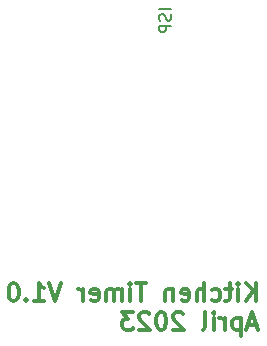
<source format=gbr>
%TF.GenerationSoftware,KiCad,Pcbnew,7.0.1*%
%TF.CreationDate,2023-04-20T18:42:28-06:00*%
%TF.ProjectId,Phase_B_Prototype,50686173-655f-4425-9f50-726f746f7479,rev?*%
%TF.SameCoordinates,Original*%
%TF.FileFunction,Legend,Bot*%
%TF.FilePolarity,Positive*%
%FSLAX46Y46*%
G04 Gerber Fmt 4.6, Leading zero omitted, Abs format (unit mm)*
G04 Created by KiCad (PCBNEW 7.0.1) date 2023-04-20 18:42:28*
%MOMM*%
%LPD*%
G01*
G04 APERTURE LIST*
%ADD10C,0.150000*%
%ADD11C,0.375000*%
G04 APERTURE END LIST*
D10*
X127334819Y-101457095D02*
X126334819Y-101457095D01*
X127287200Y-101885666D02*
X127334819Y-102028523D01*
X127334819Y-102028523D02*
X127334819Y-102266618D01*
X127334819Y-102266618D02*
X127287200Y-102361856D01*
X127287200Y-102361856D02*
X127239580Y-102409475D01*
X127239580Y-102409475D02*
X127144342Y-102457094D01*
X127144342Y-102457094D02*
X127049104Y-102457094D01*
X127049104Y-102457094D02*
X126953866Y-102409475D01*
X126953866Y-102409475D02*
X126906247Y-102361856D01*
X126906247Y-102361856D02*
X126858628Y-102266618D01*
X126858628Y-102266618D02*
X126811009Y-102076142D01*
X126811009Y-102076142D02*
X126763390Y-101980904D01*
X126763390Y-101980904D02*
X126715771Y-101933285D01*
X126715771Y-101933285D02*
X126620533Y-101885666D01*
X126620533Y-101885666D02*
X126525295Y-101885666D01*
X126525295Y-101885666D02*
X126430057Y-101933285D01*
X126430057Y-101933285D02*
X126382438Y-101980904D01*
X126382438Y-101980904D02*
X126334819Y-102076142D01*
X126334819Y-102076142D02*
X126334819Y-102314237D01*
X126334819Y-102314237D02*
X126382438Y-102457094D01*
X127334819Y-102885666D02*
X126334819Y-102885666D01*
X126334819Y-102885666D02*
X126334819Y-103266618D01*
X126334819Y-103266618D02*
X126382438Y-103361856D01*
X126382438Y-103361856D02*
X126430057Y-103409475D01*
X126430057Y-103409475D02*
X126525295Y-103457094D01*
X126525295Y-103457094D02*
X126668152Y-103457094D01*
X126668152Y-103457094D02*
X126763390Y-103409475D01*
X126763390Y-103409475D02*
X126811009Y-103361856D01*
X126811009Y-103361856D02*
X126858628Y-103266618D01*
X126858628Y-103266618D02*
X126858628Y-102885666D01*
D11*
X134491457Y-126189828D02*
X134491457Y-124689828D01*
X133634314Y-126189828D02*
X134277171Y-125332685D01*
X133634314Y-124689828D02*
X134491457Y-125546971D01*
X132991457Y-126189828D02*
X132991457Y-125189828D01*
X132991457Y-124689828D02*
X133062885Y-124761257D01*
X133062885Y-124761257D02*
X132991457Y-124832685D01*
X132991457Y-124832685D02*
X132920028Y-124761257D01*
X132920028Y-124761257D02*
X132991457Y-124689828D01*
X132991457Y-124689828D02*
X132991457Y-124832685D01*
X132491456Y-125189828D02*
X131920028Y-125189828D01*
X132277171Y-124689828D02*
X132277171Y-125975542D01*
X132277171Y-125975542D02*
X132205742Y-126118400D01*
X132205742Y-126118400D02*
X132062885Y-126189828D01*
X132062885Y-126189828D02*
X131920028Y-126189828D01*
X130777171Y-126118400D02*
X130920028Y-126189828D01*
X130920028Y-126189828D02*
X131205742Y-126189828D01*
X131205742Y-126189828D02*
X131348599Y-126118400D01*
X131348599Y-126118400D02*
X131420028Y-126046971D01*
X131420028Y-126046971D02*
X131491456Y-125904114D01*
X131491456Y-125904114D02*
X131491456Y-125475542D01*
X131491456Y-125475542D02*
X131420028Y-125332685D01*
X131420028Y-125332685D02*
X131348599Y-125261257D01*
X131348599Y-125261257D02*
X131205742Y-125189828D01*
X131205742Y-125189828D02*
X130920028Y-125189828D01*
X130920028Y-125189828D02*
X130777171Y-125261257D01*
X130134314Y-126189828D02*
X130134314Y-124689828D01*
X129491457Y-126189828D02*
X129491457Y-125404114D01*
X129491457Y-125404114D02*
X129562885Y-125261257D01*
X129562885Y-125261257D02*
X129705742Y-125189828D01*
X129705742Y-125189828D02*
X129920028Y-125189828D01*
X129920028Y-125189828D02*
X130062885Y-125261257D01*
X130062885Y-125261257D02*
X130134314Y-125332685D01*
X128205742Y-126118400D02*
X128348599Y-126189828D01*
X128348599Y-126189828D02*
X128634314Y-126189828D01*
X128634314Y-126189828D02*
X128777171Y-126118400D01*
X128777171Y-126118400D02*
X128848599Y-125975542D01*
X128848599Y-125975542D02*
X128848599Y-125404114D01*
X128848599Y-125404114D02*
X128777171Y-125261257D01*
X128777171Y-125261257D02*
X128634314Y-125189828D01*
X128634314Y-125189828D02*
X128348599Y-125189828D01*
X128348599Y-125189828D02*
X128205742Y-125261257D01*
X128205742Y-125261257D02*
X128134314Y-125404114D01*
X128134314Y-125404114D02*
X128134314Y-125546971D01*
X128134314Y-125546971D02*
X128848599Y-125689828D01*
X127491457Y-125189828D02*
X127491457Y-126189828D01*
X127491457Y-125332685D02*
X127420028Y-125261257D01*
X127420028Y-125261257D02*
X127277171Y-125189828D01*
X127277171Y-125189828D02*
X127062885Y-125189828D01*
X127062885Y-125189828D02*
X126920028Y-125261257D01*
X126920028Y-125261257D02*
X126848600Y-125404114D01*
X126848600Y-125404114D02*
X126848600Y-126189828D01*
X125205742Y-124689828D02*
X124348600Y-124689828D01*
X124777171Y-126189828D02*
X124777171Y-124689828D01*
X123848600Y-126189828D02*
X123848600Y-125189828D01*
X123848600Y-124689828D02*
X123920028Y-124761257D01*
X123920028Y-124761257D02*
X123848600Y-124832685D01*
X123848600Y-124832685D02*
X123777171Y-124761257D01*
X123777171Y-124761257D02*
X123848600Y-124689828D01*
X123848600Y-124689828D02*
X123848600Y-124832685D01*
X123134314Y-126189828D02*
X123134314Y-125189828D01*
X123134314Y-125332685D02*
X123062885Y-125261257D01*
X123062885Y-125261257D02*
X122920028Y-125189828D01*
X122920028Y-125189828D02*
X122705742Y-125189828D01*
X122705742Y-125189828D02*
X122562885Y-125261257D01*
X122562885Y-125261257D02*
X122491457Y-125404114D01*
X122491457Y-125404114D02*
X122491457Y-126189828D01*
X122491457Y-125404114D02*
X122420028Y-125261257D01*
X122420028Y-125261257D02*
X122277171Y-125189828D01*
X122277171Y-125189828D02*
X122062885Y-125189828D01*
X122062885Y-125189828D02*
X121920028Y-125261257D01*
X121920028Y-125261257D02*
X121848599Y-125404114D01*
X121848599Y-125404114D02*
X121848599Y-126189828D01*
X120562885Y-126118400D02*
X120705742Y-126189828D01*
X120705742Y-126189828D02*
X120991457Y-126189828D01*
X120991457Y-126189828D02*
X121134314Y-126118400D01*
X121134314Y-126118400D02*
X121205742Y-125975542D01*
X121205742Y-125975542D02*
X121205742Y-125404114D01*
X121205742Y-125404114D02*
X121134314Y-125261257D01*
X121134314Y-125261257D02*
X120991457Y-125189828D01*
X120991457Y-125189828D02*
X120705742Y-125189828D01*
X120705742Y-125189828D02*
X120562885Y-125261257D01*
X120562885Y-125261257D02*
X120491457Y-125404114D01*
X120491457Y-125404114D02*
X120491457Y-125546971D01*
X120491457Y-125546971D02*
X121205742Y-125689828D01*
X119848600Y-126189828D02*
X119848600Y-125189828D01*
X119848600Y-125475542D02*
X119777171Y-125332685D01*
X119777171Y-125332685D02*
X119705743Y-125261257D01*
X119705743Y-125261257D02*
X119562885Y-125189828D01*
X119562885Y-125189828D02*
X119420028Y-125189828D01*
X117991457Y-124689828D02*
X117491457Y-126189828D01*
X117491457Y-126189828D02*
X116991457Y-124689828D01*
X115705743Y-126189828D02*
X116562886Y-126189828D01*
X116134315Y-126189828D02*
X116134315Y-124689828D01*
X116134315Y-124689828D02*
X116277172Y-124904114D01*
X116277172Y-124904114D02*
X116420029Y-125046971D01*
X116420029Y-125046971D02*
X116562886Y-125118400D01*
X115062887Y-126046971D02*
X114991458Y-126118400D01*
X114991458Y-126118400D02*
X115062887Y-126189828D01*
X115062887Y-126189828D02*
X115134315Y-126118400D01*
X115134315Y-126118400D02*
X115062887Y-126046971D01*
X115062887Y-126046971D02*
X115062887Y-126189828D01*
X114062886Y-124689828D02*
X113920029Y-124689828D01*
X113920029Y-124689828D02*
X113777172Y-124761257D01*
X113777172Y-124761257D02*
X113705744Y-124832685D01*
X113705744Y-124832685D02*
X113634315Y-124975542D01*
X113634315Y-124975542D02*
X113562886Y-125261257D01*
X113562886Y-125261257D02*
X113562886Y-125618400D01*
X113562886Y-125618400D02*
X113634315Y-125904114D01*
X113634315Y-125904114D02*
X113705744Y-126046971D01*
X113705744Y-126046971D02*
X113777172Y-126118400D01*
X113777172Y-126118400D02*
X113920029Y-126189828D01*
X113920029Y-126189828D02*
X114062886Y-126189828D01*
X114062886Y-126189828D02*
X114205744Y-126118400D01*
X114205744Y-126118400D02*
X114277172Y-126046971D01*
X114277172Y-126046971D02*
X114348601Y-125904114D01*
X114348601Y-125904114D02*
X114420029Y-125618400D01*
X114420029Y-125618400D02*
X114420029Y-125261257D01*
X114420029Y-125261257D02*
X114348601Y-124975542D01*
X114348601Y-124975542D02*
X114277172Y-124832685D01*
X114277172Y-124832685D02*
X114205744Y-124761257D01*
X114205744Y-124761257D02*
X114062886Y-124689828D01*
X134562885Y-128191257D02*
X133848600Y-128191257D01*
X134705742Y-128619828D02*
X134205742Y-127119828D01*
X134205742Y-127119828D02*
X133705742Y-128619828D01*
X133205743Y-127619828D02*
X133205743Y-129119828D01*
X133205743Y-127691257D02*
X133062886Y-127619828D01*
X133062886Y-127619828D02*
X132777171Y-127619828D01*
X132777171Y-127619828D02*
X132634314Y-127691257D01*
X132634314Y-127691257D02*
X132562886Y-127762685D01*
X132562886Y-127762685D02*
X132491457Y-127905542D01*
X132491457Y-127905542D02*
X132491457Y-128334114D01*
X132491457Y-128334114D02*
X132562886Y-128476971D01*
X132562886Y-128476971D02*
X132634314Y-128548400D01*
X132634314Y-128548400D02*
X132777171Y-128619828D01*
X132777171Y-128619828D02*
X133062886Y-128619828D01*
X133062886Y-128619828D02*
X133205743Y-128548400D01*
X131848600Y-128619828D02*
X131848600Y-127619828D01*
X131848600Y-127905542D02*
X131777171Y-127762685D01*
X131777171Y-127762685D02*
X131705743Y-127691257D01*
X131705743Y-127691257D02*
X131562885Y-127619828D01*
X131562885Y-127619828D02*
X131420028Y-127619828D01*
X130920029Y-128619828D02*
X130920029Y-127619828D01*
X130920029Y-127119828D02*
X130991457Y-127191257D01*
X130991457Y-127191257D02*
X130920029Y-127262685D01*
X130920029Y-127262685D02*
X130848600Y-127191257D01*
X130848600Y-127191257D02*
X130920029Y-127119828D01*
X130920029Y-127119828D02*
X130920029Y-127262685D01*
X129991457Y-128619828D02*
X130134314Y-128548400D01*
X130134314Y-128548400D02*
X130205743Y-128405542D01*
X130205743Y-128405542D02*
X130205743Y-127119828D01*
X128348600Y-127262685D02*
X128277172Y-127191257D01*
X128277172Y-127191257D02*
X128134315Y-127119828D01*
X128134315Y-127119828D02*
X127777172Y-127119828D01*
X127777172Y-127119828D02*
X127634315Y-127191257D01*
X127634315Y-127191257D02*
X127562886Y-127262685D01*
X127562886Y-127262685D02*
X127491457Y-127405542D01*
X127491457Y-127405542D02*
X127491457Y-127548400D01*
X127491457Y-127548400D02*
X127562886Y-127762685D01*
X127562886Y-127762685D02*
X128420029Y-128619828D01*
X128420029Y-128619828D02*
X127491457Y-128619828D01*
X126562886Y-127119828D02*
X126420029Y-127119828D01*
X126420029Y-127119828D02*
X126277172Y-127191257D01*
X126277172Y-127191257D02*
X126205744Y-127262685D01*
X126205744Y-127262685D02*
X126134315Y-127405542D01*
X126134315Y-127405542D02*
X126062886Y-127691257D01*
X126062886Y-127691257D02*
X126062886Y-128048400D01*
X126062886Y-128048400D02*
X126134315Y-128334114D01*
X126134315Y-128334114D02*
X126205744Y-128476971D01*
X126205744Y-128476971D02*
X126277172Y-128548400D01*
X126277172Y-128548400D02*
X126420029Y-128619828D01*
X126420029Y-128619828D02*
X126562886Y-128619828D01*
X126562886Y-128619828D02*
X126705744Y-128548400D01*
X126705744Y-128548400D02*
X126777172Y-128476971D01*
X126777172Y-128476971D02*
X126848601Y-128334114D01*
X126848601Y-128334114D02*
X126920029Y-128048400D01*
X126920029Y-128048400D02*
X126920029Y-127691257D01*
X126920029Y-127691257D02*
X126848601Y-127405542D01*
X126848601Y-127405542D02*
X126777172Y-127262685D01*
X126777172Y-127262685D02*
X126705744Y-127191257D01*
X126705744Y-127191257D02*
X126562886Y-127119828D01*
X125491458Y-127262685D02*
X125420030Y-127191257D01*
X125420030Y-127191257D02*
X125277173Y-127119828D01*
X125277173Y-127119828D02*
X124920030Y-127119828D01*
X124920030Y-127119828D02*
X124777173Y-127191257D01*
X124777173Y-127191257D02*
X124705744Y-127262685D01*
X124705744Y-127262685D02*
X124634315Y-127405542D01*
X124634315Y-127405542D02*
X124634315Y-127548400D01*
X124634315Y-127548400D02*
X124705744Y-127762685D01*
X124705744Y-127762685D02*
X125562887Y-128619828D01*
X125562887Y-128619828D02*
X124634315Y-128619828D01*
X124134316Y-127119828D02*
X123205744Y-127119828D01*
X123205744Y-127119828D02*
X123705744Y-127691257D01*
X123705744Y-127691257D02*
X123491459Y-127691257D01*
X123491459Y-127691257D02*
X123348602Y-127762685D01*
X123348602Y-127762685D02*
X123277173Y-127834114D01*
X123277173Y-127834114D02*
X123205744Y-127976971D01*
X123205744Y-127976971D02*
X123205744Y-128334114D01*
X123205744Y-128334114D02*
X123277173Y-128476971D01*
X123277173Y-128476971D02*
X123348602Y-128548400D01*
X123348602Y-128548400D02*
X123491459Y-128619828D01*
X123491459Y-128619828D02*
X123920030Y-128619828D01*
X123920030Y-128619828D02*
X124062887Y-128548400D01*
X124062887Y-128548400D02*
X124134316Y-128476971D01*
M02*

</source>
